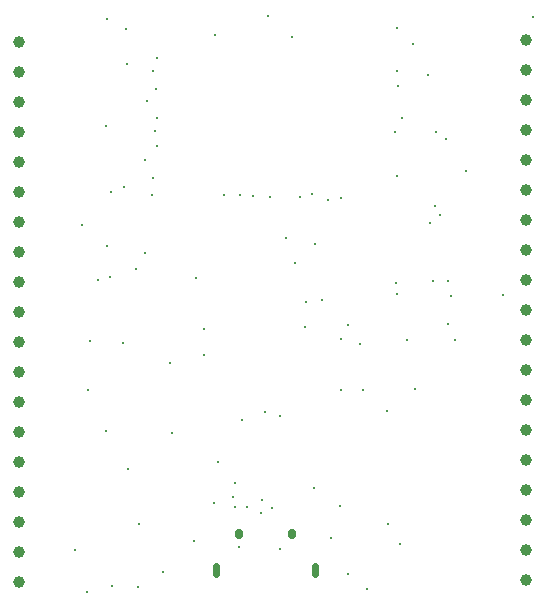
<source format=gbr>
%TF.GenerationSoftware,KiCad,Pcbnew,9.0.2*%
%TF.CreationDate,2025-07-05T23:34:50+05:30*%
%TF.ProjectId,_autosave-esp32devkitclone,5f617574-6f73-4617-9665-2d6573703332,rev?*%
%TF.SameCoordinates,Original*%
%TF.FileFunction,Plated,1,4,PTH,Mixed*%
%TF.FilePolarity,Positive*%
%FSLAX46Y46*%
G04 Gerber Fmt 4.6, Leading zero omitted, Abs format (unit mm)*
G04 Created by KiCad (PCBNEW 9.0.2) date 2025-07-05 23:34:50*
%MOMM*%
%LPD*%
G01*
G04 APERTURE LIST*
%TA.AperFunction,ViaDrill*%
%ADD10C,0.300000*%
%TD*%
G04 aperture for slot hole*
%TA.AperFunction,ComponentDrill*%
%ADD11C,0.600000*%
%TD*%
G04 aperture for slot hole*
%TA.AperFunction,ComponentDrill*%
%ADD12C,0.650000*%
%TD*%
%TA.AperFunction,ComponentDrill*%
%ADD13C,1.000000*%
%TD*%
G04 APERTURE END LIST*
D10*
X166690000Y-127560000D03*
X167330000Y-100040000D03*
X167760000Y-131090000D03*
X167780000Y-113980000D03*
X168000000Y-109890000D03*
X168640000Y-104660000D03*
X169300000Y-117470000D03*
X169320000Y-91650000D03*
X169400000Y-82570000D03*
X169450000Y-101790000D03*
X169640000Y-104440000D03*
X169760000Y-97220000D03*
X169830000Y-130570000D03*
X170790000Y-109990000D03*
X170890000Y-96840000D03*
X170990000Y-83420000D03*
X171080000Y-86370000D03*
X171190000Y-120720000D03*
X171830000Y-103770000D03*
X172010000Y-130690000D03*
X172120000Y-125370000D03*
X172610000Y-102400000D03*
X172670000Y-94560000D03*
X172790000Y-89530000D03*
X173220000Y-97500000D03*
X173330000Y-87010000D03*
X173340000Y-96080000D03*
X173510000Y-92070000D03*
X173600000Y-88490000D03*
X173620000Y-90970000D03*
X173630000Y-93330000D03*
X173670000Y-85870000D03*
X174140000Y-129460000D03*
X174720000Y-111740000D03*
X174950000Y-117620000D03*
X176750000Y-126800000D03*
X176990000Y-104540000D03*
X177620000Y-108810000D03*
X177640000Y-111020000D03*
X178450000Y-123600000D03*
X178540000Y-83930000D03*
X178840000Y-120080000D03*
X179290000Y-97490000D03*
X180070000Y-123040000D03*
X180210000Y-121890000D03*
X180220000Y-123920000D03*
X180620000Y-127330000D03*
X180710000Y-97520000D03*
X180860000Y-116540000D03*
X181230000Y-123940000D03*
X181780000Y-97610000D03*
X182490000Y-124420000D03*
X182500000Y-123310000D03*
X182820000Y-115870000D03*
X183060000Y-82380000D03*
X183190000Y-97690000D03*
X183390000Y-124020000D03*
X184040000Y-116250000D03*
X184060000Y-127480000D03*
X184530000Y-101180000D03*
X185090000Y-84160000D03*
X185370000Y-103290000D03*
X185790000Y-97700000D03*
X186170000Y-108700000D03*
X186230000Y-106530000D03*
X186750000Y-97440000D03*
X186950000Y-122320000D03*
X187030000Y-101640000D03*
X187610000Y-106370000D03*
X188110000Y-97900000D03*
X188360000Y-126580000D03*
X189180000Y-123870000D03*
X189190000Y-114020000D03*
X189200000Y-97750000D03*
X189230000Y-109710000D03*
X189790000Y-108480000D03*
X189850000Y-129560000D03*
X190870000Y-110150000D03*
X191050000Y-113970000D03*
X191390000Y-130880000D03*
X193140000Y-115810000D03*
X193200000Y-125390000D03*
X193810000Y-92180000D03*
X193890000Y-104930000D03*
X193940000Y-105890000D03*
X193960000Y-83350000D03*
X193980000Y-95890000D03*
X194000000Y-87000000D03*
X194060000Y-88240000D03*
X194230000Y-127060000D03*
X194410000Y-90980000D03*
X194820000Y-109780000D03*
X195290000Y-84720000D03*
X195470000Y-113920000D03*
X196630000Y-87310000D03*
X196750000Y-99850000D03*
X197000000Y-104820000D03*
X197170000Y-98400000D03*
X197280000Y-92180000D03*
X197640000Y-99190000D03*
X198150000Y-92750000D03*
X198290000Y-108440000D03*
X198310000Y-104790000D03*
X198550000Y-106020000D03*
X198880000Y-109760000D03*
X199780000Y-95430000D03*
X202900000Y-105950000D03*
X205510000Y-82470000D03*
D11*
%TO.C,J1*%
X178645000Y-129575000D02*
X178645000Y-128875000D01*
X186995000Y-129575000D02*
X186995000Y-128875000D01*
D12*
X180595000Y-126325000D02*
X180595000Y-126125000D01*
X185045000Y-126325000D02*
X185045000Y-126125000D01*
D13*
%TO.C,J2*%
X161960000Y-84540000D03*
X161960000Y-87080000D03*
X161960000Y-89620000D03*
X161960000Y-92160000D03*
X161960000Y-94700000D03*
X161960000Y-97240000D03*
X161960000Y-99780000D03*
X161960000Y-102320000D03*
X161960000Y-104860000D03*
X161960000Y-107400000D03*
X161960000Y-109940000D03*
X161960000Y-112480000D03*
X161960000Y-115020000D03*
X161960000Y-117560000D03*
X161960000Y-120100000D03*
X161960000Y-122640000D03*
X161960000Y-125180000D03*
X161960000Y-127720000D03*
X161960000Y-130260000D03*
%TO.C,J3*%
X204880000Y-84360000D03*
X204880000Y-86900000D03*
X204880000Y-89440000D03*
X204880000Y-91980000D03*
X204880000Y-94520000D03*
X204880000Y-97060000D03*
X204880000Y-99600000D03*
X204880000Y-102140000D03*
X204880000Y-104680000D03*
X204880000Y-107220000D03*
X204880000Y-109760000D03*
X204880000Y-112300000D03*
X204880000Y-114840000D03*
X204880000Y-117380000D03*
X204880000Y-119920000D03*
X204880000Y-122460000D03*
X204880000Y-125000000D03*
X204880000Y-127540000D03*
X204880000Y-130080000D03*
M02*

</source>
